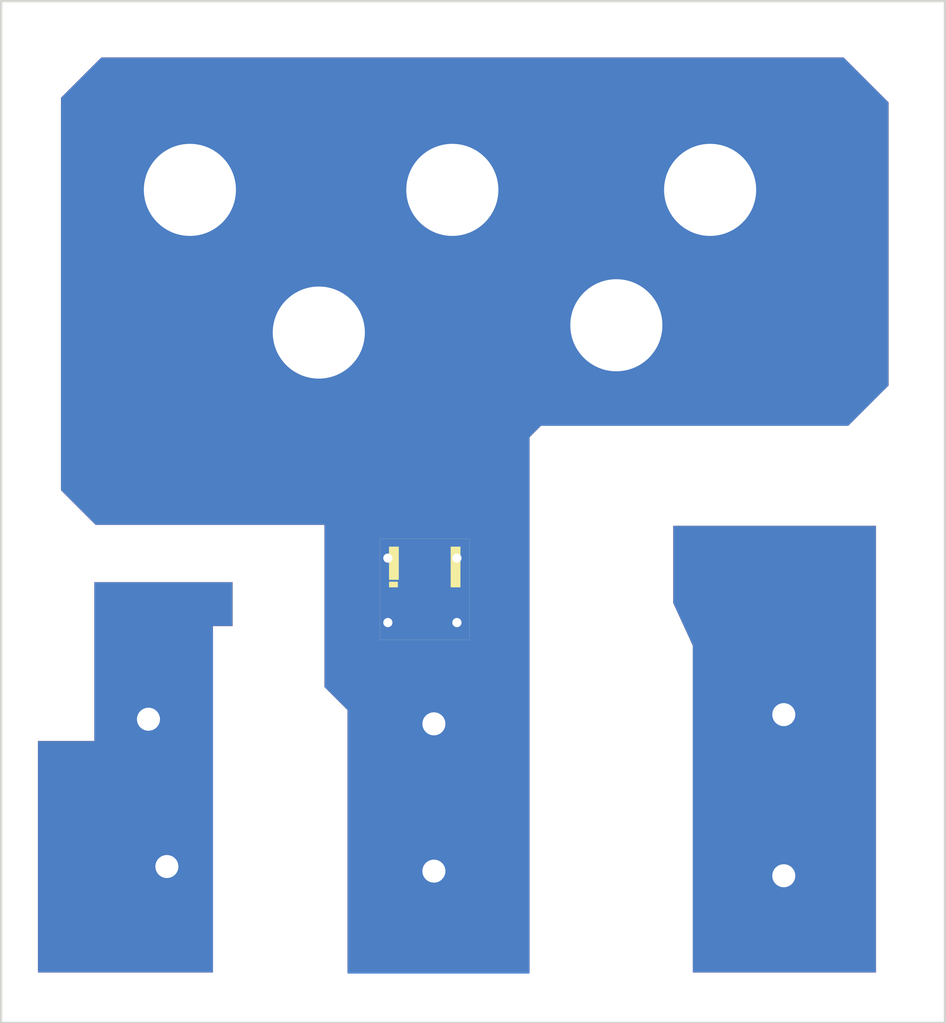
<source format=kicad_pcb>
(kicad_pcb
	(version 20241229)
	(generator "pcbnew")
	(generator_version "9.0")
	(general
		(thickness 2.41)
		(legacy_teardrops no)
	)
	(paper "A4")
	(layers
		(0 "F.Cu" signal)
		(2 "B.Cu" signal)
		(9 "F.Adhes" user "F.Adhesive")
		(11 "B.Adhes" user "B.Adhesive")
		(13 "F.Paste" user)
		(15 "B.Paste" user)
		(5 "F.SilkS" user "F.Silkscreen")
		(7 "B.SilkS" user "B.Silkscreen")
		(1 "F.Mask" user)
		(3 "B.Mask" user)
		(17 "Dwgs.User" user "User.Drawings")
		(19 "Cmts.User" user "User.Comments")
		(21 "Eco1.User" user "User.Eco1")
		(23 "Eco2.User" user "User.Eco2")
		(25 "Edge.Cuts" user)
		(27 "Margin" user)
		(31 "F.CrtYd" user "F.Courtyard")
		(29 "B.CrtYd" user "B.Courtyard")
		(35 "F.Fab" user)
		(33 "B.Fab" user)
		(39 "User.1" user)
		(41 "User.2" user)
		(43 "User.3" user)
		(45 "User.4" user)
		(57 "User.10" user)
	)
	(setup
		(stackup
			(layer "F.SilkS"
				(type "Top Silk Screen")
				(material "GaN")
			)
			(layer "F.Paste"
				(type "Top Solder Paste")
			)
			(layer "F.Mask"
				(type "Top Solder Mask")
				(thickness 0.005)
				(material "Epoxy")
				(epsilon_r 3.3)
				(loss_tangent 0)
			)
			(layer "F.Cu"
				(type "copper")
				(thickness 0.07)
			)
			(layer "dielectric 1"
				(type "prepreg")
				(thickness 2.26)
				(material "FR4")
				(epsilon_r 4.5)
				(loss_tangent 0.02)
			)
			(layer "B.Cu"
				(type "copper")
				(thickness 0.07)
			)
			(layer "B.Mask"
				(type "Bottom Solder Mask")
				(thickness 0.005)
				(material "Epoxy")
				(epsilon_r 3.3)
				(loss_tangent 0)
			)
			(layer "B.Paste"
				(type "Bottom Solder Paste")
			)
			(layer "B.SilkS"
				(type "Bottom Silk Screen")
			)
			(copper_finish "ENIG")
			(dielectric_constraints no)
		)
		(pad_to_mask_clearance 0)
		(allow_soldermask_bridges_in_footprints no)
		(tenting front back)
		(pcbplotparams
			(layerselection 0x00000000_00000000_55555555_5755f5ff)
			(plot_on_all_layers_selection 0x00000000_00000000_00000000_00000000)
			(disableapertmacros no)
			(usegerberextensions no)
			(usegerberattributes yes)
			(usegerberadvancedattributes yes)
			(creategerberjobfile yes)
			(dashed_line_dash_ratio 12.000000)
			(dashed_line_gap_ratio 3.000000)
			(svgprecision 4)
			(plotframeref no)
			(mode 1)
			(useauxorigin no)
			(hpglpennumber 1)
			(hpglpenspeed 20)
			(hpglpendiameter 15.000000)
			(pdf_front_fp_property_popups yes)
			(pdf_back_fp_property_popups yes)
			(pdf_metadata yes)
			(pdf_single_document no)
			(dxfpolygonmode yes)
			(dxfimperialunits yes)
			(dxfusepcbnewfont yes)
			(psnegative no)
			(psa4output no)
			(plot_black_and_white yes)
			(sketchpadsonfab no)
			(plotpadnumbers no)
			(hidednponfab no)
			(sketchdnponfab yes)
			(crossoutdnponfab yes)
			(subtractmaskfromsilk no)
			(outputformat 1)
			(mirror no)
			(drillshape 1)
			(scaleselection 1)
			(outputdirectory "")
		)
	)
	(net 0 "")
	(gr_poly
		(pts
			(xy 6.725 0) (xy 10.675 0) (xy 10.675 -11.625) (xy 10.925 -11.875) (xy 17.6 -11.875) (xy 18.475 -12.75)
			(xy 18.475 -18.9) (xy 17.5 -19.875) (xy 1.375 -19.875) (xy 0.5 -19) (xy 0.5 -10.475) (xy 1.25 -9.725)
			(xy 6.225 -9.725) (xy 6.225 -6.2) (xy 6.725 -5.7) (xy 6.725 0.025)
		)
		(stroke
			(width 0.002)
			(type solid)
		)
		(fill yes)
		(layer "F.Cu")
		(uuid "045bbea4-5a96-4cc9-98e7-bce6dafc43f6")
	)
	(gr_rect
		(start 7.425 -9.425)
		(end 9.375 -7.225)
		(stroke
			(width 0.002)
			(type solid)
		)
		(fill no)
		(layer "F.Cu")
		(uuid "3dea0a88-a71c-480a-87ca-4b5124802d89")
	)
	(gr_poly
		(pts
			(xy 14.225 0) (xy 18.2 0.000157) (xy 18.2 -9.7) (xy 13.8 -9.7) (xy 13.8 -8.025) (xy 14.225 -7.1)
			(xy 14.225 -7.075) (xy 14.225 0)
		)
		(stroke
			(width 0.002)
			(type solid)
		)
		(fill yes)
		(layer "F.Cu")
		(uuid "62d11b99-5472-4b81-a8a8-3b3d39851cd4")
	)
	(gr_poly
		(pts
			(xy 0 0) (xy 3.8 0) (xy 3.8 -7.525) (xy 4.225 -7.525) (xy 4.225 -8.475) (xy 1.225 -8.475) (xy 1.225 -5.025)
			(xy 0 -5.025)
		)
		(stroke
			(width 0.002)
			(type solid)
		)
		(fill yes)
		(layer "F.Cu")
		(uuid "7410ea3b-2726-4ba5-8a0d-30a595c49b54")
	)
	(gr_rect
		(start 8.96575 -9.248262)
		(end 9.17575 -8.365762)
		(stroke
			(width 0.002)
			(type solid)
		)
		(fill yes)
		(layer "F.Cu")
		(uuid "7826fe11-11cc-4ee6-97ea-abc7d90e8ed9")
	)
	(gr_rect
		(start 7.62575 -8.485762)
		(end 7.81575 -8.365762)
		(stroke
			(width 0.002)
			(type solid)
		)
		(fill yes)
		(layer "F.Cu")
		(uuid "a4aff12c-d6a9-4877-8738-1c73c8519bf7")
	)
	(gr_rect
		(start 7.425 -9.425)
		(end 9.375 -7.225)
		(stroke
			(width 0.002)
			(type solid)
		)
		(fill no)
		(layer "F.Cu")
		(uuid "e21ba0f6-5a7f-412f-9d80-0bdea1aa55d9")
	)
	(gr_rect
		(start 7.62575 -9.248262)
		(end 7.83575 -8.530762)
		(stroke
			(width 0.002)
			(type solid)
		)
		(fill yes)
		(layer "F.Cu")
		(uuid "e73998f9-c036-438e-9005-1a4c6133b14b")
	)
	(gr_poly
		(pts
			(xy 14.225 0) (xy 18.2 0) (xy 18.2 -9.7) (xy 13.8 -9.7) (xy 13.8 -8.025) (xy 14.225 -7.1) (xy 14.225 -7.075)
			(xy 14.225 0)
		)
		(stroke
			(width 0.002)
			(type solid)
		)
		(fill yes)
		(layer "F.Mask")
		(uuid "5968da13-b8f2-4d82-ac7f-fcd7bf9583e3")
	)
	(gr_poly
		(pts
			(xy 6.725 0) (xy 10.675 0) (xy 10.675 -6.525) (xy 6.225 -6.525) (xy 6.225 -6.225) (xy 6.725 -5.725)
		)
		(stroke
			(width 0.002)
			(type solid)
		)
		(fill yes)
		(layer "F.Mask")
		(uuid "7a89af1b-f0e9-426c-a76a-4b1ccc2141e9")
	)
	(gr_poly
		(pts
			(xy 0 0) (xy 3.8 0) (xy 3.8 -7.525) (xy 4.225 -7.525) (xy 4.225 -8.475) (xy 1.225 -8.475) (xy 1.225 -5.025)
			(xy 0 -5.025)
		)
		(stroke
			(width 0.002)
			(type solid)
		)
		(fill yes)
		(layer "F.Mask")
		(uuid "9429d681-ad6b-473b-868c-fe829fad61a6")
	)
	(gr_poly
		(pts
			(xy 6.225 -6.8) (xy 10.675 -6.8) (xy 10.675 -10.35) (xy 6.225 -10.35)
		)
		(stroke
			(width 0.002)
			(type solid)
		)
		(fill yes)
		(layer "F.Mask")
		(uuid "b1d3dff6-0713-486d-a03f-9cc150599929")
	)
	(gr_poly
		(pts
			(xy 5.225 -9.725) (xy 5.225 -11.979954) (xy 17.654733 -11.929733) (xy 18.475 -12.75) (xy 18.475 -18.9)
			(xy 17.5 -19.875) (xy 1.375 -19.875) (xy 0.5 -19) (xy 0.5 -10.475) (xy 1.25 -9.725)
		)
		(stroke
			(width 0.1)
			(type solid)
		)
		(fill yes)
		(layer "F.Mask")
		(uuid "c1bd4543-da1c-4a94-9429-8a85b3d1f1f3")
	)
	(gr_poly
		(pts
			(xy 0 0) (xy 3.8 0) (xy 3.8 -7.525) (xy 4.225 -7.525) (xy 4.225 -8.475) (xy 1.225 -8.475) (xy 1.225 -5.025)
			(xy 0 -5.025)
		)
		(stroke
			(width 0.002)
			(type solid)
		)
		(fill yes)
		(layer "B.Cu")
		(uuid "71db050c-84ff-4909-a1b3-73785f5a62d6")
	)
	(gr_poly
		(pts
			(xy 14.225 0) (xy 18.2 0) (xy 18.2 -9.7) (xy 13.8 -9.7) (xy 13.8 -8.025) (xy 14.225 -7.1) (xy 14.225 -7.075)
			(xy 14.225 0)
		)
		(stroke
			(width 0.002)
			(type solid)
		)
		(fill yes)
		(layer "B.Cu")
		(uuid "df13fdb9-55ef-4ebd-8f43-fd12ffef130d")
	)
	(gr_poly
		(pts
			(xy 6.725 0.025) (xy 10.675 0.025) (xy 10.675 -11.625) (xy 10.925 -11.875) (xy 17.6 -11.875) (xy 18.475 -12.75)
			(xy 18.475 -18.9) (xy 17.5 -19.875) (xy 1.375 -19.875) (xy 0.5 -19) (xy 0.5 -10.475) (xy 1.25 -9.725)
			(xy 6.225 -9.725) (xy 6.225 -6.2) (xy 6.725 -5.7) (xy 6.725 0.025)
		)
		(stroke
			(width 0.002)
			(type solid)
		)
		(fill yes)
		(layer "B.Cu")
		(uuid "e6092158-ebff-4847-bee0-fd03593b722d")
	)
	(gr_poly
		(pts
			(xy 14.225 0) (xy 18.2 0) (xy 18.2 -9.7) (xy 13.8 -9.7) (xy 13.8 -8.025) (xy 14.225 -7.1) (xy 14.225 -7.075)
			(xy 14.225 0)
		)
		(stroke
			(width 0.002)
			(type solid)
		)
		(fill yes)
		(layer "B.Mask")
		(uuid "29965b30-61d7-4c31-8d8d-00ca733f51cd")
	)
	(gr_poly
		(pts
			(xy 0 0) (xy 3.8 0) (xy 3.8 -7.525) (xy 4.225 -7.525) (xy 4.225 -8.475) (xy 1.225 -8.475) (xy 1.225 -5.025)
			(xy 0 -5.025)
		)
		(stroke
			(width 0.002)
			(type solid)
		)
		(fill yes)
		(layer "B.Mask")
		(uuid "55e305b5-50f6-427f-9c2a-f8fb53dc996e")
	)
	(gr_poly
		(pts
			(xy 6.725 0.025) (xy 10.675 0.025) (xy 10.675 -11.625) (xy 10.925 -11.875) (xy 17.6 -11.875) (xy 18.475 -12.75)
			(xy 18.475 -18.9) (xy 17.5 -19.875) (xy 1.375 -19.875) (xy 0.5 -19) (xy 0.5 -10.475) (xy 1.25 -9.725)
			(xy 6.225 -9.725) (xy 6.225 -6.2) (xy 6.725 -5.7) (xy 6.725 0.025)
		)
		(stroke
			(width 0.002)
			(type solid)
		)
		(fill yes)
		(layer "B.Mask")
		(uuid "ba6b09eb-84b2-49c2-93ec-32a541640587")
	)
	(gr_rect
		(start 8.96575 -9.248262)
		(end 9.17575 -8.365762)
		(stroke
			(width 0.002)
			(type solid)
		)
		(fill yes)
		(layer "F.SilkS")
		(uuid "2e9c8596-7043-4aa6-a7d2-26d9ea52dcb8")
	)
	(gr_rect
		(start 7.62575 -9.248262)
		(end 7.83575 -8.530762)
		(stroke
			(width 0.002)
			(type solid)
		)
		(fill yes)
		(layer "F.SilkS")
		(uuid "3280bc94-303e-4c6a-97aa-7243e29726bc")
	)
	(gr_rect
		(start 7.62575 -8.485762)
		(end 7.81575 -8.365762)
		(stroke
			(width 0.002)
			(type solid)
		)
		(fill yes)
		(layer "F.SilkS")
		(uuid "932dd30a-a839-4fdd-a83c-90db484c5dc3")
	)
	(gr_rect
		(start 7.425 -9.425)
		(end 9.375 -7.225)
		(stroke
			(width 0.002)
			(type solid)
		)
		(fill no)
		(layer "F.SilkS")
		(uuid "ceaea2ea-3e3e-4cec-a32b-576ea98b17cb")
	)
	(gr_rect
		(start 6.925 -9.925)
		(end 9.975 -6.725)
		(stroke
			(width 0.002)
			(type solid)
		)
		(fill yes)
		(layer "F.Adhes")
		(uuid "960ace1e-7c64-4362-a4f6-9b2c511a48cb")
	)
	(gr_rect
		(start 8.96575 -9.248262)
		(end 9.17575 -8.365762)
		(stroke
			(width 0.002)
			(type solid)
		)
		(fill yes)
		(layer "Dwgs.User")
		(uuid "1404e964-44ac-468b-8b6d-3bbd9d6ed566")
	)
	(gr_rect
		(start 7.62575 -8.485762)
		(end 7.81575 -8.365762)
		(stroke
			(width 0.002)
			(type solid)
		)
		(fill yes)
		(layer "Dwgs.User")
		(uuid "1cd750d5-72cc-42ca-8dde-428199d9af54")
	)
	(gr_rect
		(start 7.62575 -9.248262)
		(end 7.83575 -8.530762)
		(stroke
			(width 0.002)
			(type solid)
		)
		(fill yes)
		(layer "Dwgs.User")
		(uuid "249685ce-5990-441c-89f2-8307825b5d23")
	)
	(gr_rect
		(start 7.425 -9.425)
		(end 9.375 -7.225)
		(stroke
			(width 0.002)
			(type solid)
		)
		(fill no)
		(layer "Dwgs.User")
		(uuid "6f102902-0673-4dcf-960f-2b5ca9340b4d")
	)
	(gr_rect
		(start -0.8 -21.1)
		(end 19.7 1.1)
		(stroke
			(width 0.05)
			(type default)
		)
		(fill no)
		(layer "Edge.Cuts")
		(uuid "0a6a4fc6-ad36-4977-a555-a94d8d58eae3")
	)
	(via
		(at 16.2 -2.1)
		(size 0.6)
		(drill 0.5)
		(layers "F.Cu" "B.Cu")
		(net 0)
		(uuid "19a7dbdb-8308-423f-ad12-07088071e2ab")
	)
	(via
		(at 14.6 -17)
		(size 2.6)
		(drill 2)
		(layers "F.Cu" "B.Cu")
		(net 0)
		(uuid "1e8bff6a-2340-4e1e-92b1-6fea770f0adb")
	)
	(via
		(at 2.4 -5.5)
		(size 0.6)
		(drill 0.5)
		(layers "F.Cu" "B.Cu")
		(net 0)
		(uuid "488771ef-ae1b-4062-b977-ee67faf66da1")
	)
	(via
		(at 12.563059 -14.059169)
		(size 2.6)
		(drill 2)
		(layers "F.Cu" "B.Cu")
		(net 0)
		(uuid "5575d9b4-9094-4604-8637-48f995fa0c53")
	)
	(via
		(at 7.6 -7.6)
		(size 0.3)
		(drill 0.2)
		(layers "F.Cu" "B.Cu")
		(net 0)
		(uuid "66d4d76c-cc27-4bb9-9814-ab7d6ea0711b")
	)
	(via
		(at 3.3 -17)
		(size 2.6)
		(drill 2)
		(layers "F.Cu" "B.Cu")
		(net 0)
		(uuid "6791eb35-e02a-4210-a7f2-74bc883e6ee5")
	)
	(via
		(at 9.1 -9)
		(size 0.3)
		(drill 0.2)
		(layers "F.Cu" "B.Cu")
		(net 0)
		(uuid "6d49177b-f2b7-493d-ad67-e3552940127e")
	)
	(via
		(at 8.6 -5.4)
		(size 0.6)
		(drill 0.5)
		(layers "F.Cu" "B.Cu")
		(net 0)
		(uuid "745b25f1-48e8-45f7-8297-8faf332207db")
	)
	(via
		(at 6.1 -13.9)
		(size 2.6)
		(drill 2)
		(layers "F.Cu" "B.Cu")
		(net 0)
		(uuid "8215abf5-63f3-4237-ac28-fb0febe04e5e")
	)
	(via
		(at 7.6 -9)
		(size 0.3)
		(drill 0.2)
		(layers "F.Cu" "B.Cu")
		(net 0)
		(uuid "87c165fe-ed61-4b81-a7b2-14200b4e9b1c")
	)
	(via
		(at 16.2 -5.6)
		(size 0.6)
		(drill 0.5)
		(layers "F.Cu" "B.Cu")
		(net 0)
		(uuid "885d0a27-19e3-43a1-ba5d-9887773fdf06")
	)
	(via
		(at 2.8 -2.3)
		(size 0.6)
		(drill 0.5)
		(layers "F.Cu" "B.Cu")
		(net 0)
		(uuid "a9ebbcb6-b373-4570-985c-0e74ab39f4c2")
	)
	(via
		(at 9 -17)
		(size 2.6)
		(drill 2)
		(layers "F.Cu" "B.Cu")
		(net 0)
		(uuid "ad098978-6380-4c1d-b2eb-b079758532e7")
	)
	(via
		(at 8.6 -2.2)
		(size 0.6)
		(drill 0.5)
		(layers "F.Cu" "B.Cu")
		(net 0)
		(uuid "da2bebdd-6abb-4267-adc7-c7832f73d19d")
	)
	(via
		(at 9.1 -7.6)
		(size 0.3)
		(drill 0.2)
		(layers "F.Cu" "B.Cu")
		(net 0)
		(uuid "f14855ae-1b0d-4d20-95b9-b21e6f4a2f57")
	)
	(embedded_fonts no)
)

</source>
